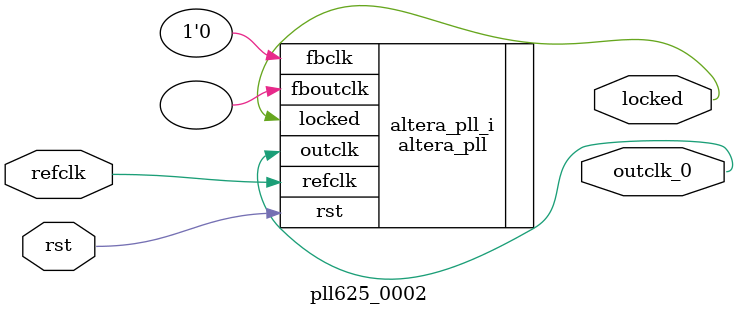
<source format=v>
`timescale 1ns/10ps
module  pll625_0002(

	// interface 'refclk'
	input wire refclk,

	// interface 'reset'
	input wire rst,

	// interface 'outclk0'
	output wire outclk_0,

	// interface 'locked'
	output wire locked
);

	altera_pll #(
		.fractional_vco_multiplier("false"),
		.reference_clock_frequency("125.0 MHz"),
		.operation_mode("direct"),
		.number_of_clocks(1),
		.output_clock_frequency0("625.000000 MHz"),
		.phase_shift0("0 ps"),
		.duty_cycle0(50),
		.output_clock_frequency1("0 MHz"),
		.phase_shift1("0 ps"),
		.duty_cycle1(50),
		.output_clock_frequency2("0 MHz"),
		.phase_shift2("0 ps"),
		.duty_cycle2(50),
		.output_clock_frequency3("0 MHz"),
		.phase_shift3("0 ps"),
		.duty_cycle3(50),
		.output_clock_frequency4("0 MHz"),
		.phase_shift4("0 ps"),
		.duty_cycle4(50),
		.output_clock_frequency5("0 MHz"),
		.phase_shift5("0 ps"),
		.duty_cycle5(50),
		.output_clock_frequency6("0 MHz"),
		.phase_shift6("0 ps"),
		.duty_cycle6(50),
		.output_clock_frequency7("0 MHz"),
		.phase_shift7("0 ps"),
		.duty_cycle7(50),
		.output_clock_frequency8("0 MHz"),
		.phase_shift8("0 ps"),
		.duty_cycle8(50),
		.output_clock_frequency9("0 MHz"),
		.phase_shift9("0 ps"),
		.duty_cycle9(50),
		.output_clock_frequency10("0 MHz"),
		.phase_shift10("0 ps"),
		.duty_cycle10(50),
		.output_clock_frequency11("0 MHz"),
		.phase_shift11("0 ps"),
		.duty_cycle11(50),
		.output_clock_frequency12("0 MHz"),
		.phase_shift12("0 ps"),
		.duty_cycle12(50),
		.output_clock_frequency13("0 MHz"),
		.phase_shift13("0 ps"),
		.duty_cycle13(50),
		.output_clock_frequency14("0 MHz"),
		.phase_shift14("0 ps"),
		.duty_cycle14(50),
		.output_clock_frequency15("0 MHz"),
		.phase_shift15("0 ps"),
		.duty_cycle15(50),
		.output_clock_frequency16("0 MHz"),
		.phase_shift16("0 ps"),
		.duty_cycle16(50),
		.output_clock_frequency17("0 MHz"),
		.phase_shift17("0 ps"),
		.duty_cycle17(50),
		.pll_type("General"),
		.pll_subtype("General")
	) altera_pll_i (
		.rst	(rst),
		.outclk	({outclk_0}),
		.locked	(locked),
		.fboutclk	( ),
		.fbclk	(1'b0),
		.refclk	(refclk)
	);
endmodule


</source>
